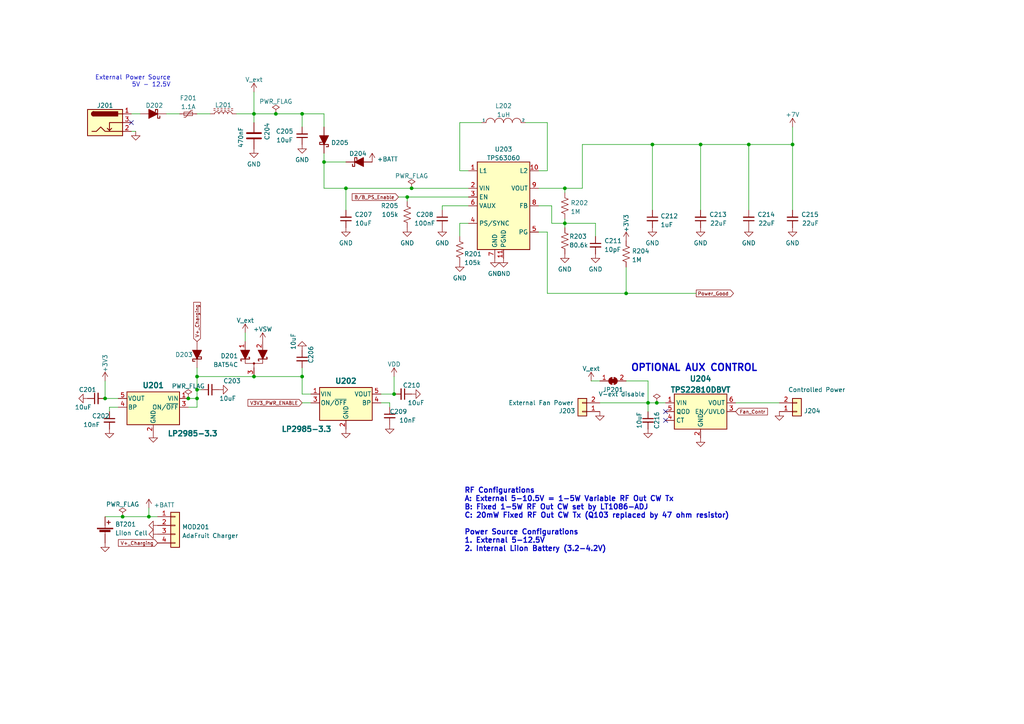
<source format=kicad_sch>
(kicad_sch (version 20211123) (generator eeschema)
  (paper "A4")
  (title_block (title "SignalSlinger") (date "2023-12-10") (rev "2.2"))
  (lib_symbols
    (symbol "Connector:Barrel_Jack_Switch" (pin_names hide)
      (property "Reference" "J" (at 0 5.334 0))
      (property "Value" "Barrel_Jack_Switch" (at 0 -5.08 0))
      (symbol "Barrel_Jack_Switch_0_1"
        (rectangle (start -5.08 3.81) (end 5.08 -3.81) (stroke (width 0.254)) (fill (type background)))
        (arc (start -3.302 3.175) (mid -3.937 2.54) (end -3.302 1.905) (stroke (width 0.254)))
        (arc (start -3.302 3.175) (mid -3.937 2.54) (end -3.302 1.905) (stroke (width 0.254)) (fill (type outline)))
        (polyline (pts (xy 1.27 -2.286) (xy 1.905 -1.651)) (stroke (width 0.254)))
        (polyline (pts (xy 5.08 2.54) (xy 3.81 2.54)) (stroke (width 0.254)))
        (polyline (pts (xy 5.08 0) (xy 1.27 0) (xy 1.27 -2.286) (xy 0.635 -1.651)) (stroke (width 0.254)))
        (polyline (pts (xy -3.81 -2.54) (xy -2.54 -2.54) (xy -1.27 -1.27) (xy 0 -2.54) (xy 2.54 -2.54) (xy 5.08 -2.54)) (stroke (width 0.254)))
        (rectangle (start 3.683 3.175) (end -3.302 1.905) (stroke (width 0.254)) (fill (type outline)))
      )
      (symbol "Barrel_Jack_Switch_1_1"
        (pin passive line (at 7.62 2.54 180) (length 2.54) (name "~") (number "1"))
        (pin passive line (at 7.62 -2.54 180) (length 2.54) (name "~") (number "2"))
        (pin passive line (at 7.62 0 180) (length 2.54) (name "~") (number "3"))
      )
    )
    (symbol "Connector_Generic:Conn_01x02" (pin_names (offset 1.016) hide)
      (property "Reference" "J" (at 0 2.54 0))
      (property "Value" "Conn_01x02" (at 0 -5.08 0))
      (symbol "Conn_01x02_1_1"
        (rectangle (start -1.27 -2.413) (end 0 -2.667) (stroke (width 0.1524)))
        (rectangle (start -1.27 0.127) (end 0 -0.127) (stroke (width 0.1524)))
        (rectangle (start -1.27 1.27) (end 1.27 -3.81) (stroke (width 0.254)) (fill (type background)))
        (pin passive line (at -5.08 0 0) (length 3.81) (name "Pin_1") (number "1"))
        (pin passive line (at -5.08 -2.54 0) (length 3.81) (name "Pin_2") (number "2"))
      )
    )
    (symbol "Connector_Generic:Conn_01x04" (pin_names (offset 1.016) hide)
      (property "Reference" "J" (at 0 5.08 0))
      (property "Value" "Conn_01x04" (at 0 -7.62 0))
      (symbol "Conn_01x04_1_1"
        (rectangle (start -1.27 -4.953) (end 0 -5.207) (stroke (width 0.1524)))
        (rectangle (start -1.27 -2.413) (end 0 -2.667) (stroke (width 0.1524)))
        (rectangle (start -1.27 0.127) (end 0 -0.127) (stroke (width 0.1524)))
        (rectangle (start -1.27 2.667) (end 0 2.413) (stroke (width 0.1524)))
        (rectangle (start -1.27 3.81) (end 1.27 -6.35) (stroke (width 0.254)) (fill (type background)))
        (pin passive line (at -5.08 2.54 0) (length 3.81) (name "Pin_1") (number "1"))
        (pin passive line (at -5.08 0 0) (length 3.81) (name "Pin_2") (number "2"))
        (pin passive line (at -5.08 -2.54 0) (length 3.81) (name "Pin_3") (number "3"))
        (pin passive line (at -5.08 -5.08 0) (length 3.81) (name "Pin_4") (number "4"))
      )
    )
    (symbol "Device:Battery_Cell" (pin_numbers hide) (pin_names (offset 0) hide)
      (property "Reference" "BT" (at 2.54 2.54 0))
      (property "Value" "Battery_Cell" (at 2.54 0 0))
      (symbol "Battery_Cell_0_1"
        (rectangle (start -2.286 1.778) (end 2.286 1.524) (fill (type outline)))
        (rectangle (start -1.5748 1.1938) (end 1.4732 0.6858) (fill (type outline)))
        (polyline (pts (xy 0 0.762) (xy 0 0)))
        (polyline (pts (xy 0 1.778) (xy 0 2.54)))
        (polyline (pts (xy 0.508 3.429) (xy 1.524 3.429)) (stroke (width 0.254)))
        (polyline (pts (xy 1.016 3.937) (xy 1.016 2.921)) (stroke (width 0.254)))
      )
      (symbol "Battery_Cell_1_1"
        (pin passive line (at 0 5.08 270) (length 2.54) (name "+") (number "1"))
        (pin passive line (at 0 -2.54 90) (length 2.54) (name "-") (number "2"))
      )
    )
    (symbol "Device:C" (pin_numbers hide) (pin_names (offset 0.254))
      (property "Reference" "C" (at 0.635 2.54 0))
      (property "Value" "C" (at 0.635 -2.54 0))
      (symbol "C_0_1"
        (polyline (pts (xy -2.032 -0.762) (xy 2.032 -0.762)) (stroke (width 0.508)))
        (polyline (pts (xy -2.032 0.762) (xy 2.032 0.762)) (stroke (width 0.508)))
      )
      (symbol "C_1_1"
        (pin passive line (at 0 3.81 270) (length 2.794) (name "~") (number "1"))
        (pin passive line (at 0 -3.81 90) (length 2.794) (name "~") (number "2"))
      )
    )
    (symbol "Device:C_Small" (pin_numbers hide) (pin_names (offset 0.254) hide)
      (property "Reference" "C" (at 0.254 1.778 0))
      (property "Value" "C_Small" (at 0.254 -2.032 0))
      (symbol "C_Small_0_1"
        (polyline (pts (xy -1.524 -0.508) (xy 1.524 -0.508)) (stroke (width 0.3302)))
        (polyline (pts (xy -1.524 0.508) (xy 1.524 0.508)) (stroke (width 0.3048)))
      )
      (symbol "C_Small_1_1"
        (pin passive line (at 0 2.54 270) (length 2.032) (name "~") (number "1"))
        (pin passive line (at 0 -2.54 90) (length 2.032) (name "~") (number "2"))
      )
    )
    (symbol "Device:D_Schottky_Dual_CommonCathode_AAK_Parallel" (pin_names (offset 0.762) hide)
      (property "Reference" "D" (at 0 5.08 0))
      (property "Value" "D_Schottky_Dual_CommonCathode_AAK_Parallel" (at 0 -5.08 0))
      (symbol "D_Schottky_Dual_CommonCathode_AAK_Parallel_0_1"
        (polyline (pts (xy 1.27 0) (xy 2.54 0)))
        (polyline (pts (xy -2.54 -2.54) (xy 1.27 -2.54) (xy 1.27 2.54) (xy -2.54 2.54)))
        (polyline (pts (xy -2.54 -1.27) (xy 0 -2.54) (xy -2.54 -3.81) (xy -2.54 -1.27) (xy -2.54 -1.27) (xy -2.54 -1.27)) (stroke (width 0.254)) (fill (type outline)))
        (polyline (pts (xy -2.54 3.81) (xy 0 2.54) (xy -2.54 1.27) (xy -2.54 3.81) (xy -2.54 3.81) (xy -2.54 3.81)) (stroke (width 0.254)) (fill (type outline)))
        (polyline (pts (xy 0.508 -1.524) (xy 0.508 -1.27) (xy 0 -1.27) (xy 0 -3.81) (xy -0.508 -3.81) (xy -0.508 -3.556)) (stroke (width 0.254)))
        (polyline (pts (xy 0.508 3.556) (xy 0.508 3.81) (xy 0 3.81) (xy 0 1.27) (xy -0.508 1.27) (xy -0.508 1.524)) (stroke (width 0.254)))
        (circle (center 1.27 0) (radius 0.254) (fill (type outline)))
        (pin passive line (at -5.08 2.54 0) (length 2.54) (name "K") (number "1"))
        (pin passive line (at -5.08 -2.54 0) (length 2.54) (name "K") (number "2"))
        (pin passive line (at 5.08 0 180) (length 2.54) (name "A") (number "3"))
      )
    )
    (symbol "Device:D_Schottky_Filled" (pin_numbers hide) (pin_names (offset 1.016) hide)
      (property "Reference" "D" (at 0 2.54 0))
      (property "Value" "D_Schottky_Filled" (at 0 -2.54 0))
      (symbol "D_Schottky_Filled_0_1"
        (polyline (pts (xy 1.27 0) (xy -1.27 0)))
        (polyline (pts (xy 1.27 1.27) (xy 1.27 -1.27) (xy -1.27 0) (xy 1.27 1.27)) (stroke (width 0.254)) (fill (type outline)))
        (polyline (pts (xy -1.905 0.635) (xy -1.905 1.27) (xy -1.27 1.27) (xy -1.27 -1.27) (xy -0.635 -1.27) (xy -0.635 -0.635)) (stroke (width 0.254)))
      )
      (symbol "D_Schottky_Filled_1_1"
        (pin passive line (at -3.81 0 0) (length 2.54) (name "K") (number "1"))
        (pin passive line (at 3.81 0 180) (length 2.54) (name "A") (number "2"))
      )
    )
    (symbol "Device:L_Ferrite" (pin_numbers hide) (pin_names (offset 1.016) hide)
      (property "Reference" "L" (at -1.27 0 90))
      (property "Value" "L_Ferrite" (at 2.794 0 90))
      (symbol "L_Ferrite_0_1"
        (arc (start 0 -2.54) (mid 0.635 -1.905) (end 0 -1.27))
        (arc (start 0 -1.27) (mid 0.635 -0.635) (end 0 0))
        (polyline (pts (xy 1.016 -2.794) (xy 1.016 -2.286)))
        (polyline (pts (xy 1.016 -1.778) (xy 1.016 -1.27)))
        (polyline (pts (xy 1.016 -0.762) (xy 1.016 -0.254)))
        (polyline (pts (xy 1.016 0.254) (xy 1.016 0.762)))
        (polyline (pts (xy 1.016 1.27) (xy 1.016 1.778)))
        (polyline (pts (xy 1.016 2.286) (xy 1.016 2.794)))
        (polyline (pts (xy 1.524 -2.286) (xy 1.524 -2.794)))
        (polyline (pts (xy 1.524 -1.27) (xy 1.524 -1.778)))
        (polyline (pts (xy 1.524 -0.254) (xy 1.524 -0.762)))
        (polyline (pts (xy 1.524 0.762) (xy 1.524 0.254)))
        (polyline (pts (xy 1.524 1.778) (xy 1.524 1.27)))
        (polyline (pts (xy 1.524 2.794) (xy 1.524 2.286)))
        (arc (start 0 0) (mid 0.635 0.635) (end 0 1.27))
        (arc (start 0 1.27) (mid 0.635 1.905) (end 0 2.54))
      )
      (symbol "L_Ferrite_1_1"
        (pin passive line (at 0 3.81 270) (length 1.27) (name "1") (number "1"))
        (pin passive line (at 0 -3.81 90) (length 1.27) (name "2") (number "2"))
      )
    )
    (symbol "Device:Polyfuse_Small" (pin_numbers hide) (pin_names (offset 0))
      (property "Reference" "F" (at -1.905 0 90))
      (property "Value" "Polyfuse_Small" (at 1.905 0 90))
      (symbol "Polyfuse_Small_0_1"
        (rectangle (start -0.508 1.27) (end 0.508 -1.27))
        (polyline (pts (xy 0 2.54) (xy 0 -2.54)))
        (polyline (pts (xy -1.016 1.27) (xy -1.016 0.762) (xy 1.016 -0.762) (xy 1.016 -1.27)))
      )
      (symbol "Polyfuse_Small_1_1"
        (pin passive line (at 0 2.54 270) (length 0.635) (name "~") (number "1"))
        (pin passive line (at 0 -2.54 90) (length 0.635) (name "~") (number "2"))
      )
    )
    (symbol "Device:R_Small_US" (pin_numbers hide) (pin_names (offset 0.254) hide)
      (property "Reference" "R" (at 0.762 0.508 0))
      (property "Value" "R_Small_US" (at 0.762 -1.016 0))
      (symbol "R_Small_US_1_1"
        (polyline (pts (xy 0 -0.762) (xy 1.016 -1.143) (xy 0 -1.524) (xy -1.016 -1.905) (xy 0 -2.286)))
        (polyline (pts (xy 0 0.762) (xy 1.016 0.381) (xy 0 0) (xy -1.016 -0.381) (xy 0 -0.762)))
        (polyline (pts (xy 0 2.286) (xy 1.016 1.905) (xy 0 1.524) (xy -1.016 1.143) (xy 0 0.762)))
        (pin passive line (at 0 3.81 270) (length 1.5) (name "~") (number "1"))
        (pin passive line (at 0 -3.81 90) (length 1.5) (name "~") (number "2"))
      )
    )
    (symbol "Jumper:SolderJumper_2_Bridged" (pin_names (offset 0) hide)
      (property "Reference" "JP" (at 0 2.032 0))
      (property "Value" "SolderJumper_2_Bridged" (at 0 -2.54 0))
      (symbol "SolderJumper_2_Bridged_0_1"
        (rectangle (start -0.508 0.508) (end 0.508 -0.508) (fill (type outline)))
        (arc (start -0.254 1.016) (mid -1.27 0) (end -0.254 -1.016))
        (arc (start -0.254 1.016) (mid -1.27 0) (end -0.254 -1.016) (fill (type outline)))
        (polyline (pts (xy -0.254 1.016) (xy -0.254 -1.016)))
        (polyline (pts (xy 0.254 1.016) (xy 0.254 -1.016)))
        (arc (start 0.254 -1.016) (mid 1.27 0) (end 0.254 1.016))
        (arc (start 0.254 -1.016) (mid 1.27 0) (end 0.254 1.016) (fill (type outline)))
      )
      (symbol "SolderJumper_2_Bridged_1_1"
        (pin passive line (at -3.81 0 0) (length 2.54) (name "A") (number "1"))
        (pin passive line (at 3.81 0 180) (length 2.54) (name "B") (number "2"))
      )
    )
    (symbol "Power_Management:TPS22810DBVT"
      (property "Reference" "U201" (at 0 9.3218 0))
      (property "Value" "TPS22810DBVT" (at 0 7.0104 0))
      (symbol "TPS22810DBVT_1_1"
        (rectangle (start -7.62 5.08) (end 7.62 -5.08) (stroke (width 0.254)) (fill (type background)))
        (pin power_in line (at 10.16 2.54 180) (length 2.54) (name "VIN") (number "1"))
        (pin power_in line (at 0 -7.62 90) (length 2.54) (name "GND") (number "2"))
        (pin input line (at -10.16 0 0) (length 2.54) (name "EN/UVLO") (number "3"))
        (pin output line (at 10.16 -2.54 180) (length 2.54) (name "CT") (number "4"))
        (pin open_collector line (at 10.16 0 180) (length 2.54) (name "QOD") (number "5"))
        (pin power_out line (at -10.16 2.54 0) (length 2.54) (name "VOUT") (number "6"))
      )
    )
    (symbol "Regulator_Linear:LP2985-3.3" (pin_names (offset 0.254))
      (property "Reference" "U" (at -6.35 5.715 0))
      (property "Value" "LP2985-3.3" (at 0 5.715 0))
      (symbol "LP2985-3.3_0_1"
        (rectangle (start -7.62 -5.08) (end 7.62 4.445) (stroke (width 0.254)) (fill (type background)))
      )
      (symbol "LP2985-3.3_1_1"
        (pin power_in line (at -10.16 2.54 0) (length 2.54) (name "VIN") (number "1"))
        (pin power_in line (at 0 -7.62 90) (length 2.54) (name "GND") (number "2"))
        (pin input line (at -10.16 0 0) (length 2.54) (name "ON/~{OFF}") (number "3"))
        (pin input line (at 10.16 0 180) (length 2.54) (name "BP") (number "4"))
        (pin power_out line (at 10.16 2.54 180) (length 2.54) (name "VOUT") (number "5"))
      )
    )
    (symbol "Regulator_Switching:TPS63060"
      (property "Reference" "U201" (at 0 16.3998 0))
      (property "Value" "TPS63060" (at 0 13.8629 0))
      (symbol "TPS63060_0_1"
        (rectangle (start -7.62 12.7) (end 7.62 -12.7) (stroke (width 0.254)) (fill (type background)))
      )
      (symbol "TPS63060_1_1"
        (pin passive line (at -10.16 10.16 0) (length 2.54) (name "L1") (number "1"))
        (pin passive line (at 10.16 10.16 180) (length 2.54) (name "L2") (number "10"))
        (pin power_in line (at 0 -15.24 90) (length 2.54) (name "PGND") (number "11"))
        (pin power_in line (at -10.16 5.08 0) (length 2.54) (name "VIN") (number "2"))
        (pin input line (at -10.16 2.54 0) (length 2.54) (name "EN") (number "3"))
        (pin input line (at -10.16 -5.08 0) (length 2.54) (name "PS/SYNC") (number "4"))
        (pin output line (at 10.16 -7.62 180) (length 2.54) (name "PG") (number "5"))
        (pin passive line (at -10.16 0 0) (length 2.54) (name "VAUX") (number "6"))
        (pin power_in line (at -2.54 -15.24 90) (length 2.54) (name "GND") (number "7"))
        (pin input line (at 10.16 0 180) (length 2.54) (name "FB") (number "8"))
        (pin power_out line (at 10.16 5.08 180) (length 2.54) (name "VOUT") (number "9"))
      )
    )
    (symbol "power:+3V3" (power) (pin_names (offset 0))
      (property "Value" "+3V3" (at 0 3.556 0))
      (symbol "+3V3_0_1"
        (polyline (pts (xy -0.762 1.27) (xy 0 2.54)))
        (polyline (pts (xy 0 0) (xy 0 2.54)))
        (polyline (pts (xy 0 2.54) (xy 0.762 1.27)))
      )
      (symbol "+3V3_1_1"
        (pin power_in line (at 0 0 90) (length 0) hide (name "+3V3") (number "1"))
      )
    )
    (symbol "power:+7V" (power) (pin_names (offset 0))
      (property "Value" "+7V" (at 0 3.556 0))
      (symbol "+7V_0_1"
        (polyline (pts (xy -0.762 1.27) (xy 0 2.54)))
        (polyline (pts (xy 0 0) (xy 0 2.54)))
        (polyline (pts (xy 0 2.54) (xy 0.762 1.27)))
      )
      (symbol "+7V_1_1"
        (pin power_in line (at 0 0 90) (length 0) hide (name "+7V") (number "1"))
      )
    )
    (symbol "power:+BATT" (power) (pin_names (offset 0))
      (property "Value" "+BATT" (at 0 3.556 0))
      (symbol "+BATT_0_1"
        (polyline (pts (xy -0.762 1.27) (xy 0 2.54)))
        (polyline (pts (xy 0 0) (xy 0 2.54)))
        (polyline (pts (xy 0 2.54) (xy 0.762 1.27)))
      )
      (symbol "+BATT_1_1"
        (pin power_in line (at 0 0 90) (length 0) hide (name "+BATT") (number "1"))
      )
    )
    (symbol "power:+VSW" (power) (pin_names (offset 0))
      (property "Value" "+VSW" (at 0 3.556 0))
      (symbol "+VSW_0_1"
        (polyline (pts (xy -0.762 1.27) (xy 0 2.54)))
        (polyline (pts (xy 0 0) (xy 0 2.54)))
        (polyline (pts (xy 0 2.54) (xy 0.762 1.27)))
      )
      (symbol "+VSW_1_1"
        (pin power_in line (at 0 0 90) (length 0) hide (name "+VSW") (number "1"))
      )
    )
    (symbol "power:GND" (power) (pin_names (offset 0))
      (property "Value" "GND" (at 0 -3.81 0))
      (symbol "GND_0_1"
        (polyline (pts (xy 0 0) (xy 0 -1.27) (xy 1.27 -1.27) (xy 0 -2.54) (xy -1.27 -1.27) (xy 0 -1.27)))
      )
      (symbol "GND_1_1"
        (pin power_in line (at 0 0 270) (length 0) hide (name "GND") (number "1"))
      )
    )
    (symbol "power:PWR_FLAG" (power) (pin_numbers hide) (pin_names (offset 0) hide)
      (property "Value" "PWR_FLAG" (at 0 3.81 0))
      (symbol "PWR_FLAG_0_0"
        (pin power_out line (at 0 0 90) (length 0) (name "pwr") (number "1"))
      )
      (symbol "PWR_FLAG_0_1"
        (polyline (pts (xy 0 0) (xy 0 1.27) (xy -1.016 1.905) (xy 0 2.54) (xy 1.016 1.905) (xy 0 1.27)))
      )
    )
    (symbol "power:VDD" (power) (pin_names (offset 0))
      (property "Value" "VDD" (at 0 3.81 0))
      (symbol "VDD_0_1"
        (polyline (pts (xy -0.762 1.27) (xy 0 2.54)))
        (polyline (pts (xy 0 0) (xy 0 2.54)))
        (polyline (pts (xy 0 2.54) (xy 0.762 1.27)))
      )
      (symbol "VDD_1_1"
        (pin power_in line (at 0 0 90) (length 0) hide (name "VDD") (number "1"))
      )
    )
    (symbol "power:V_ext" (power) (pin_names (offset 0))
      (property "Value" "V_ext" (at 0 3.5758 0))
      (symbol "V_ext_0_1"
        (polyline (pts (xy -0.762 1.27) (xy 0 2.54)))
        (polyline (pts (xy 0 0) (xy 0 2.54)))
        (polyline (pts (xy 0 2.54) (xy 0.762 1.27)))
      )
      (symbol "V_ext_1_1"
        (pin power_in line (at 0 0 90) (length 0) hide (name "V_ext") (number "1"))
      )
    )
    (symbol "pspice:INDUCTOR" (pin_numbers hide) (pin_names (offset 0))
      (property "Reference" "L" (at 0 2.54 0))
      (property "Value" "INDUCTOR" (at 0 -1.27 0))
      (symbol "INDUCTOR_0_1"
        (arc (start -2.54 0) (mid -3.81 1.27) (end -5.08 0))
        (arc (start 0 0) (mid -1.27 1.27) (end -2.54 0))
        (arc (start 2.54 0) (mid 1.27 1.27) (end 0 0))
        (arc (start 5.08 0) (mid 3.81 1.27) (end 2.54 0))
      )
      (symbol "INDUCTOR_1_1"
        (pin input line (at -6.35 0 0) (length 1.27) (name "1") (number "1"))
        (pin input line (at 6.35 0 180) (length 1.27) (name "2") (number "2"))
      )
    )
  )
  (junction (at 187.96 116.84))
  (junction (at 57.15 109.22))
  (junction (at 87.63 33.02))
  (junction (at 189.23 41.91))
  (junction (at 229.87 41.91))
  (junction (at 73.66 109.22))
  (junction (at 73.66 33.02))
  (junction (at 93.98 46.99))
  (junction (at 100.33 54.61))
  (junction (at 203.2 41.91))
  (junction (at 114.3 114.3))
  (junction (at 87.63 109.22))
  (junction (at 35.56 149.86))
  (junction (at 119.38 54.61))
  (junction (at 54.61 115.57))
  (junction (at 163.83 64.77))
  (junction (at 163.83 54.61))
  (junction (at 217.17 41.91))
  (junction (at 190.5 116.84))
  (junction (at 80.01 33.02))
  (junction (at 118.11 57.15))
  (junction (at 43.18 149.86))
  (junction (at 57.15 113.03))
  (junction (at 30.48 115.57))
  (junction (at 181.61 85.09))
  (junction (at 57.15 115.57))
  (no_connect (at 193.04 121.92))
  (no_connect (at 193.04 119.38))
  (no_connect (at 38.1 35.56))
  (wire (pts (xy 163.83 54.61) (xy 163.83 55.88)))
  (wire (pts (xy 160.02 64.77) (xy 163.83 64.77)))
  (wire (pts (xy 181.61 77.47) (xy 181.61 85.09)))
  (wire (pts (xy 181.61 110.49) (xy 187.96 110.49)))
  (wire (pts (xy 128.27 59.69) (xy 135.89 59.69)))
  (wire (pts (xy 30.48 110.49) (xy 30.48 115.57)))
  (wire (pts (xy 190.5 116.84) (xy 193.04 116.84)))
  (wire (pts (xy 135.89 49.53) (xy 133.35 49.53)))
  (wire (pts (xy 163.83 64.77) (xy 172.72 64.77)))
  (wire (pts (xy 87.63 33.02) (xy 93.98 33.02)))
  (wire (pts (xy 217.17 41.91) (xy 229.87 41.91)))
  (wire (pts (xy 133.35 49.53) (xy 133.35 35.56)))
  (wire (pts (xy 113.03 118.11) (xy 113.03 116.84)))
  (wire (pts (xy 168.91 54.61) (xy 168.91 41.91)))
  (wire (pts (xy 54.61 118.11) (xy 57.15 118.11)))
  (wire (pts (xy 160.02 59.69) (xy 160.02 64.77)))
  (wire (pts (xy 58.42 113.03) (xy 57.15 113.03)))
  (wire (pts (xy 68.58 33.02) (xy 73.66 33.02)))
  (wire (pts (xy 38.1 33.02) (xy 40.64 33.02)))
  (wire (pts (xy 93.98 46.99) (xy 93.98 54.61)))
  (wire (pts (xy 172.72 68.58) (xy 172.72 64.77)))
  (wire (pts (xy 43.18 149.86) (xy 45.72 149.86)))
  (wire (pts (xy 31.75 119.38) (xy 31.75 118.11)))
  (wire (pts (xy 201.93 85.09) (xy 181.61 85.09)))
  (wire (pts (xy 163.83 54.61) (xy 168.91 54.61)))
  (wire (pts (xy 93.98 44.45) (xy 93.98 46.99)))
  (wire (pts (xy 156.21 54.61) (xy 163.83 54.61)))
  (wire (pts (xy 57.15 33.02) (xy 60.96 33.02)))
  (wire (pts (xy 135.89 57.15) (xy 118.11 57.15)))
  (wire (pts (xy 156.21 59.69) (xy 160.02 59.69)))
  (wire (pts (xy 156.21 49.53) (xy 158.75 49.53)))
  (wire (pts (xy 93.98 46.99) (xy 100.33 46.99)))
  (wire (pts (xy 163.83 64.77) (xy 163.83 66.04)))
  (wire (pts (xy 133.35 68.58) (xy 133.35 64.77)))
  (wire (pts (xy 189.23 41.91) (xy 189.23 60.96)))
  (wire (pts (xy 187.96 119.38) (xy 187.96 116.84)))
  (wire (pts (xy 118.11 57.15) (xy 115.57 57.15)))
  (wire (pts (xy 87.63 114.3) (xy 90.17 114.3)))
  (wire (pts (xy 168.91 41.91) (xy 189.23 41.91)))
  (wire (pts (xy 128.27 60.96) (xy 128.27 59.69)))
  (wire (pts (xy 187.96 110.49) (xy 187.96 116.84)))
  (wire (pts (xy 31.75 118.11) (xy 34.29 118.11)))
  (wire (pts (xy 133.35 64.77) (xy 135.89 64.77)))
  (wire (pts (xy 187.96 116.84) (xy 190.5 116.84)))
  (wire (pts (xy 73.66 33.02) (xy 73.66 35.56)))
  (wire (pts (xy 119.38 54.61) (xy 135.89 54.61)))
  (wire (pts (xy 57.15 115.57) (xy 54.61 115.57)))
  (wire (pts (xy 133.35 35.56) (xy 139.7 35.56)))
  (wire (pts (xy 30.48 149.86) (xy 35.56 149.86)))
  (wire (pts (xy 80.01 33.02) (xy 87.63 33.02)))
  (wire (pts (xy 35.56 149.86) (xy 43.18 149.86)))
  (wire (pts (xy 113.03 116.84) (xy 110.49 116.84)))
  (wire (pts (xy 114.3 109.22) (xy 114.3 114.3)))
  (wire (pts (xy 38.1 38.1) (xy 39.37 38.1)))
  (wire (pts (xy 213.36 116.84) (xy 226.06 116.84)))
  (wire (pts (xy 87.63 106.68) (xy 87.63 109.22)))
  (wire (pts (xy 163.83 63.5) (xy 163.83 64.77)))
  (wire (pts (xy 158.75 49.53) (xy 158.75 35.56)))
  (wire (pts (xy 87.63 116.84) (xy 90.17 116.84)))
  (wire (pts (xy 229.87 41.91) (xy 229.87 60.96)))
  (wire (pts (xy 57.15 106.68) (xy 57.15 109.22)))
  (wire (pts (xy 158.75 67.31) (xy 156.21 67.31)))
  (wire (pts (xy 158.75 67.31) (xy 158.75 85.09)))
  (wire (pts (xy 73.66 26.67) (xy 73.66 33.02)))
  (wire (pts (xy 57.15 115.57) (xy 57.15 118.11)))
  (wire (pts (xy 173.99 116.84) (xy 187.96 116.84)))
  (wire (pts (xy 173.99 110.49) (xy 171.45 110.49)))
  (wire (pts (xy 158.75 85.09) (xy 181.61 85.09)))
  (wire (pts (xy 229.87 36.83) (xy 229.87 41.91)))
  (wire (pts (xy 158.75 35.56) (xy 152.4 35.56)))
  (wire (pts (xy 87.63 109.22) (xy 87.63 114.3)))
  (wire (pts (xy 57.15 109.22) (xy 57.15 113.03)))
  (wire (pts (xy 100.33 54.61) (xy 100.33 60.96)))
  (wire (pts (xy 203.2 41.91) (xy 217.17 41.91)))
  (wire (pts (xy 71.12 96.52) (xy 71.12 99.06)))
  (wire (pts (xy 48.26 33.02) (xy 52.07 33.02)))
  (wire (pts (xy 34.29 115.57) (xy 30.48 115.57)))
  (wire (pts (xy 110.49 114.3) (xy 114.3 114.3)))
  (wire (pts (xy 203.2 41.91) (xy 203.2 60.96)))
  (wire (pts (xy 73.66 109.22) (xy 57.15 109.22)))
  (wire (pts (xy 118.11 58.42) (xy 118.11 57.15)))
  (wire (pts (xy 73.66 33.02) (xy 80.01 33.02)))
  (wire (pts (xy 43.18 147.32) (xy 43.18 149.86)))
  (wire (pts (xy 217.17 41.91) (xy 217.17 60.96)))
  (wire (pts (xy 100.33 54.61) (xy 119.38 54.61)))
  (wire (pts (xy 57.15 113.03) (xy 57.15 115.57)))
  (wire (pts (xy 93.98 33.02) (xy 93.98 36.83)))
  (wire (pts (xy 100.33 54.61) (xy 93.98 54.61)))
  (wire (pts (xy 87.63 33.02) (xy 87.63 36.83)))
  (wire (pts (xy 189.23 41.91) (xy 203.2 41.91)))
  (wire (pts (xy 87.63 109.22) (xy 73.66 109.22)))
  (text "External Power Source\n5V - 12.5V" (at 49.53 25.4 180) (effects (font (size 1.27 1.27)) (justify right bottom)))
  (text "OPTIONAL AUX CONTROL" (at 182.88 107.95 0) (effects (font (size 2.0066 2.0066) (thickness 0.4013) bold) (justify left bottom)))
  (text "RF Configurations\nA: External 5-10.5V = 1-5W Variable RF Out CW Tx\nB: Fixed 1-5W RF Out CW set by LT1086-ADJ\nC: 20mW Fixed RF Out CW Tx (Q103 replaced by 47 ohm resistor)\n\nPower Source Configurations\n1. External 5-12.5V\n2. Internal LiIon Battery (3.2-4.2V)\n\n" (at 134.62 162.56 0) (effects (font (size 1.5 1.5) (thickness 0.3) bold) (justify left bottom)))
  (global_label "V3V3_PWR_ENABLE" (shape input) (at 87.63 116.84 180) (effects (font (size 1 1))) (property "Intersheet References" "${INTERSHEET_REFS}" (effects hide)))
  (global_label "B{slash}B_PS_Enable" (shape input) (at 115.57 57.15 180) (effects (font (size 1 1))) (property "Intersheet References" "${INTERSHEET_REFS}" (effects hide)))
  (global_label "V+_Charging" (shape input) (at 57.15 99.06 90) (effects (font (size 1 1))) (property "Intersheet References" "${INTERSHEET_REFS}" (effects hide)))
  (global_label "Fan_Contr" (shape input) (at 213.36 119.38 0) (effects (font (size 0.9906 0.9906))) (property "Intersheet References" "${INTERSHEET_REFS}" (effects hide)))
  (global_label "Power_Good" (shape output) (at 201.93 85.09 0) (effects (font (size 1 1))) (property "Intersheet References" "${INTERSHEET_REFS}" (effects hide)))
  (global_label "V+_Charging" (shape input) (at 45.72 157.48 180) (effects (font (size 1 1))) (property "Intersheet References" "${INTERSHEET_REFS}" (effects hide)))
  (symbol (lib_id "Device:C_Small") (at 203.2 63.5 180) (unit 1)
    (property "Reference" "C213" (at 210.82 62.23 0) (effects (justify left)))
    (property "Value" "22uF" (at 210.82 64.77 0) (effects (justify left)))
    (property "Footprint" "Capacitor_SMD:C_0805_2012Metric" (effects hide))
    (property "Digi-Key Part No." "1276-3373-1-ND" (effects hide))
    (property "Link" "https://www.digikey.com/products/en?keywords=1276-3373-1-ND" (effects hide))
    (property "Manufacturer" "Samsung Electro-Mechanics" (effects hide))
    (property "Manufacturer PN" "CL32A226MAJNNNE" (effects hide))
    (property "Description" "CAP CER 22UF 25V X5R 1210" (effects hide))
    (property "LCSC Part Number" "C337455" (effects hide))
  )
  (symbol (lib_id "power:V_ext") (at 71.12 96.52 0) (unit 1)
    (property "Reference" "#PWR0213" (effects hide))
    (property "Value" "V_ext" (at 71.12 92.9442 0))
  )
  (symbol (lib_id "Device:R_Small_US") (at 133.35 72.39 0) (unit 1)
    (property "Reference" "R201" (at 134.62 73.66 0) (effects (justify left)))
    (property "Value" "105k" (at 134.62 76.2 0) (effects (justify left)))
    (property "Footprint" "Resistor_SMD:R_0805_2012Metric" (effects hide))
    (property "Digi-Key Part No." "311-105KCRCT-ND" (effects hide))
    (property "Link" "https://www.digikey.com/en/products/detail/yageo/RC0805FR-07105KL/727548" (effects hide))
    (property "Manufacturer" "YAGEO" (effects hide))
    (property "Manufacturer PN" "RC0805FR-07105KL" (effects hide))
    (property "Description" "RES 105K OHM 1% 1/8W 0805" (effects hide))
    (property "LCSC Part Number" "C273877" (effects hide))
  )
  (symbol (lib_id "Device:Battery_Cell") (at 30.48 154.94 0) (unit 1)
    (property "Reference" "BT201" (at 33.401 152.0733 0) (effects (justify left)))
    (property "Value" "LiIon Cell" (at 33.401 154.6102 0) (effects (justify left)))
    (property "Footprint" "Connector_Wire:SolderWire-0.5sqmm_1x02_P4.6mm_D0.9mm_OD2.1mm" (effects hide))
  )
  (symbol (lib_id "power:GND") (at 44.45 125.73 0) (mirror y) (unit 1)
    (property "Reference" "#PWR0206" (effects hide))
    (property "Value" "GND" (effects hide))
  )
  (symbol (lib_id "pspice:INDUCTOR") (at 146.05 35.56 0) (unit 1)
    (property "Reference" "L202" (at 146.05 30.7172 0))
    (property "Value" "1uH" (at 146.05 33.2541 0))
    (property "Footprint" "Inductor_SMD:L_Bourns_SRN5040TA" (effects hide))
    (property "Digi-Key Part No." "SRN5040TA-1R0MCT-ND" (effects hide))
    (property "Link" "https://www.digikey.com/en/products/detail/bourns-inc/SRN5040TA-1R0M/9653870" (effects hide))
    (property "Manufacturer" "Bourns Inc." (effects hide))
    (property "Manufacturer PN" "SRN5040TA-1R0M" (effects hide))
    (property "Description" "FIXED IND 1UH 5A 12 MOHM SMD" (effects hide))
  )
  (symbol (lib_id "power:PWR_FLAG") (at 190.5 116.84 0) (unit 1)
    (property "Reference" "#FLG0105" (effects hide))
    (property "Value" "PWR_FLAG" (effects hide))
  )
  (symbol (lib_id "power:GND") (at 173.99 119.38 0) (unit 1)
    (property "Reference" "#PWR0160" (effects hide))
    (property "Value" "GND" (effects hide))
  )
  (symbol (lib_id "Device:C_Small") (at 60.96 113.03 270) (unit 1)
    (property "Reference" "C203" (at 67.31 110.49 90))
    (property "Value" "10uF" (at 66.04 115.57 90))
    (property "Footprint" "Capacitor_SMD:C_0805_2012Metric" (effects hide))
    (property "Digi-Key Part No." "445-14418-1-ND" (effects hide))
    (property "Manufacturer" "TDK Corporation" (effects hide))
    (property "Manufacturer PN" "C2012X5R1V106K125AC" (effects hide))
    (property "Description" "CAP CER 10UF 35V X5R 0805" (effects hide))
    (property "Link" "https://www.digikey.com/short/p8qdn4mp" (effects hide))
    (property "LCSC Part Number" "C3843628" (effects hide))
  )
  (symbol (lib_id "power:VDD") (at 114.3 109.22 0) (unit 1)
    (property "Reference" "#PWR0223" (effects hide))
    (property "Value" "VDD" (at 114.3 105.6442 0))
  )
  (symbol (lib_id "power:V_ext") (at 171.45 110.49 0) (unit 1)
    (property "Reference" "#PWR0161" (effects hide))
    (property "Value" "V_ext" (at 171.45 106.9142 0))
  )
  (symbol (lib_id "power:+3V3") (at 30.48 110.49 0) (mirror y) (unit 1)
    (property "Reference" "#PWR0202" (effects hide))
    (property "Value" "+3V3" (at 30.48 105.41 90))
  )
  (symbol (lib_id "Device:C_Small") (at 187.96 121.92 0) (mirror y) (unit 1)
    (property "Reference" "C216" (at 190.5 121.92 90))
    (property "Value" "10uF" (at 185.42 121.92 90))
    (property "Footprint" "Capacitor_SMD:C_0805_2012Metric" (effects hide))
    (property "Digi-Key Part No." "445-14418-1-ND" (effects hide))
    (property "Manufacturer" "TDK Corporation" (effects hide))
    (property "Manufacturer PN" "C2012X5R1V106K125AC" (effects hide))
    (property "Description" "CAP CER 10UF 35V X5R 0805" (effects hide))
    (property "Link" "https://www.digikey.com/short/p8qdn4mp" (effects hide))
    (property "LCSC Part Number" "C3843628" (effects hide))
  )
  (symbol (lib_id "Device:D_Schottky_Filled") (at 93.98 40.64 270) (mirror x) (unit 1)
    (property "Reference" "D205" (at 96.012 41.3913 90) (effects (justify left)))
    (property "Value" "Schottky Diode" (effects hide))
    (property "Footprint" "Diode_SMD:D_SOD-123" (effects hide))
    (property "Digi-Key Part No." "3757-SS0540_R1_00001CT-ND" (effects hide))
    (property "Link" "https://www.digikey.com/en/products/detail/panjit-international-inc/SS0540-R1-00001/14660617" (effects hide))
    (property "Manufacturer" "Panjit International Inc." (effects hide))
    (property "Manufacturer PN" "SS0540_R1_00001" (effects hide))
    (property "Description" "DIODE SCHOTTKY 40V 500MA SOD123" (effects hide))
  )
  (symbol (lib_id "Device:C_Small") (at 87.63 104.14 0) (mirror y) (unit 1)
    (property "Reference" "C206" (at 90.17 102.87 90))
    (property "Value" "10uF" (at 85.09 99.06 90))
    (property "Footprint" "Capacitor_SMD:C_0805_2012Metric" (effects hide))
    (property "Digi-Key Part No." "445-14418-1-ND" (effects hide))
    (property "Manufacturer" "TDK Corporation" (effects hide))
    (property "Manufacturer PN" "C2012X5R1V106K125AC" (effects hide))
    (property "Description" "CAP CER 10UF 35V X5R 0805" (effects hide))
    (property "Link" "https://www.digikey.com/short/p8qdn4mp" (effects hide))
    (property "LCSC Part Number" "C3843628" (effects hide))
  )
  (symbol (lib_id "Connector_Generic:Conn_01x02") (at 168.91 119.38 180) (unit 1)
    (property "Reference" "J203" (at 166.878 119.1768 0) (effects (justify left)))
    (property "Value" "External Fan Power" (at 166.37 116.84 0) (effects (justify left)))
    (property "Footprint" "Connector_PinHeader_2.54mm:PinHeader_1x02_P2.54mm_Vertical" (effects hide))
    (property "Digi-Key Part No." "np" (effects hide))
    (property "Link" "np" (effects hide))
  )
  (symbol (lib_id "power:GND") (at 229.87 66.04 0) (unit 1)
    (property "Reference" "#PWR0233" (effects hide))
    (property "Value" "GND" (at 229.87 70.4834 0))
  )
  (symbol (lib_id "power:GND") (at 45.72 152.4 270) (unit 1)
    (property "Reference" "#PWR0207" (effects hide))
    (property "Value" "GND" (effects hide))
  )
  (symbol (lib_id "Device:R_Small_US") (at 163.83 69.85 0) (unit 1)
    (property "Reference" "R203" (at 165.1 68.58 0) (effects (justify left)))
    (property "Value" "80.6k" (at 165.1 71.12 0) (effects (justify left)))
    (property "Footprint" "Resistor_SMD:R_0805_2012Metric" (effects hide))
    (property "Digi-Key Part No." "311-80.6KCRCT-ND" (effects hide))
    (property "Link" "https://www.digikey.com/en/products/detail/yageo/RC0805FR-0780K6L/728161" (effects hide))
    (property "Manufacturer" "YAGEO" (effects hide))
    (property "Manufacturer PN" "RC0805FR-0780K6L" (effects hide))
    (property "Description" "RES 80.6K OHM 1% 1/8W 0805" (effects hide))
  )
  (symbol (lib_id "power:PWR_FLAG") (at 35.56 149.86 0) (unit 1)
    (property "Reference" "#FLG0201" (effects hide))
    (property "Value" "PWR_FLAG" (at 35.56 146.2842 0))
  )
  (symbol (lib_id "Device:D_Schottky_Dual_CommonCathode_AAK_Parallel") (at 73.66 104.14 90) (mirror x) (unit 1)
    (property "Reference" "D201" (at 69.088 103.2418 90) (effects (justify left)))
    (property "Value" "BAT54C" (at 69.088 105.7787 90) (effects (justify left)))
    (property "Footprint" "Package_TO_SOT_SMD:SC-59" (effects hide))
    (property "Digi-Key Part No." "1727-2902-1-ND " (effects hide))
    (property "Link" "https://www.digikey.com/en/products/detail/nexperia-usa-inc/BAT54C-215/763216" (effects hide))
    (property "Manufacturer" "Nexperia USA Inc." (effects hide))
    (property "Manufacturer PN" "BAT54C,215" (effects hide))
    (property "Description" "DIODE ARRAY SCHOTTKY 30V SOT23" (effects hide))
    (property "LCSC Part Number" "C37704" (effects hide))
  )
  (symbol (lib_id "power:GND") (at 113.03 123.19 0) (unit 1)
    (property "Reference" "#PWR0222" (effects hide))
    (property "Value" "GND" (effects hide))
  )
  (symbol (lib_id "Device:C_Small") (at 87.63 39.37 0) (mirror x) (unit 1)
    (property "Reference" "C205" (at 82.55 38.1 0))
    (property "Value" "10uF" (at 82.55 40.64 0))
    (property "Footprint" "Capacitor_SMD:C_0805_2012Metric" (effects hide))
    (property "Digi-Key Part No." "445-14418-1-ND" (effects hide))
    (property "Manufacturer" "TDK Corporation" (effects hide))
    (property "Manufacturer PN" "C2012X5R1V106K125AC" (effects hide))
    (property "Description" "CAP CER 10UF 35V X5R 0805" (effects hide))
    (property "Link" "https://www.digikey.com/short/p8qdn4mp" (effects hide))
    (property "LCSC Part Number" "C3843628" (effects hide))
  )
  (symbol (lib_id "power:GND") (at 133.35 76.2 0) (unit 1)
    (property "Reference" "#PWR0221" (effects hide))
    (property "Value" "GND" (at 133.35 80.6434 0))
  )
  (symbol (lib_id "Device:Polyfuse_Small") (at 54.61 33.02 270) (unit 1)
    (property "Reference" "F201" (at 54.61 28.4312 90))
    (property "Value" "1.1A" (at 54.61 30.9681 90))
    (property "Footprint" "Fuse:Fuse_1812_4532Metric" (effects hide))
    (property "Digi-Key Part No." "F3485CT-ND" (effects hide))
    (property "Link" "https://www.digikey.com/en/products/detail/littelfuse-inc/1812L110-16DR/2023965" (effects hide))
    (property "Manufacturer" "Littelfuse Inc." (effects hide))
    (property "Manufacturer PN" "1812L110/16DR" (effects hide))
    (property "Description" "PTC RESET FUSE 16V 1.1A 1812" (effects hide))
  )
  (symbol (lib_id "power:GND") (at 100.33 66.04 0) (unit 1)
    (property "Reference" "#PWR0217" (effects hide))
    (property "Value" "GND" (at 100.33 70.4834 0))
  )
  (symbol (lib_id "power:GND") (at 87.63 101.6 180) (unit 1)
    (property "Reference" "#PWR0216" (effects hide))
    (property "Value" "GND" (effects hide))
  )
  (symbol (lib_id "power:GND") (at 128.27 66.04 0) (unit 1)
    (property "Reference" "#PWR0220" (effects hide))
    (property "Value" "GND" (at 128.27 70.4834 0))
  )
  (symbol (lib_id "power:GND") (at 30.48 157.48 0) (mirror y) (unit 1)
    (property "Reference" "#PWR0203" (effects hide))
    (property "Value" "GND" (effects hide))
  )
  (symbol (lib_id "power:GND") (at 39.37 38.1 0) (unit 1)
    (property "Reference" "#PWR0209" (effects hide))
    (property "Value" "GND" (effects hide))
  )
  (symbol (lib_id "power:GND") (at 100.33 124.46 0) (unit 1)
    (property "Reference" "#PWR0219" (effects hide))
    (property "Value" "GND" (effects hide))
  )
  (symbol (lib_id "power:GND") (at 146.05 74.93 0) (unit 1)
    (property "Reference" "#PWR0226" (effects hide))
    (property "Value" "GND" (at 146.05 79.3734 0))
  )
  (symbol (lib_id "power:GND") (at 63.5 113.03 90) (mirror x) (unit 1)
    (property "Reference" "#PWR0210" (effects hide))
    (property "Value" "GND" (effects hide))
  )
  (symbol (lib_id "power:GND") (at 187.96 124.46 0) (unit 1)
    (property "Reference" "#PWR0162" (effects hide))
    (property "Value" "GND" (effects hide))
  )
  (symbol (lib_id "Device:C_Small") (at 229.87 63.5 180) (unit 1)
    (property "Reference" "C215" (at 237.49 62.23 0) (effects (justify left)))
    (property "Value" "22uF" (at 237.49 64.77 0) (effects (justify left)))
    (property "Footprint" "Capacitor_SMD:C_0805_2012Metric" (effects hide))
    (property "Digi-Key Part No." "1276-3373-1-ND" (effects hide))
    (property "Link" "https://www.digikey.com/products/en?keywords=1276-3373-1-ND" (effects hide))
    (property "Manufacturer" "Samsung Electro-Mechanics" (effects hide))
    (property "Manufacturer PN" "CL32A226MAJNNNE" (effects hide))
    (property "Description" "CAP CER 22UF 25V X5R 1210" (effects hide))
    (property "LCSC Part Number" "C337455" (effects hide))
  )
  (symbol (lib_id "Device:C_Small") (at 27.94 115.57 90) (mirror x) (unit 1)
    (property "Reference" "C201" (at 25.4 113.03 90))
    (property "Value" "10uF" (at 24.13 118.11 90))
    (property "Footprint" "Capacitor_SMD:C_0805_2012Metric" (effects hide))
    (property "Digi-Key Part No." "445-14418-1-ND" (effects hide))
    (property "Manufacturer" "TDK Corporation" (effects hide))
    (property "Manufacturer PN" "C2012X5R1V106K125AC" (effects hide))
    (property "Description" "CAP CER 10UF 35V X5R 0805" (effects hide))
    (property "Link" "https://www.digikey.com/short/p8qdn4mp" (effects hide))
    (property "LCSC Part Number" "C3843628" (effects hide))
  )
  (symbol (lib_id "Device:D_Schottky_Filled") (at 104.14 46.99 0) (mirror x) (unit 1)
    (property "Reference" "D204" (at 103.8225 44.5572 0))
    (property "Value" "Schottky Diode" (effects hide))
    (property "Footprint" "Diode_SMD:D_SOD-123" (effects hide))
    (property "Digi-Key Part No." "3757-SS0540_R1_00001CT-ND" (effects hide))
    (property "Link" "https://www.digikey.com/en/products/detail/panjit-international-inc/SS0540-R1-00001/14660617" (effects hide))
    (property "Manufacturer" "Panjit International Inc." (effects hide))
    (property "Manufacturer PN" "SS0540_R1_00001" (effects hide))
    (property "Description" "DIODE SCHOTTKY 40V 500MA SOD123" (effects hide))
  )
  (symbol (lib_id "power:GND") (at 226.06 119.38 0) (unit 1)
    (property "Reference" "#PWR0164" (effects hide))
    (property "Value" "GND" (effects hide))
  )
  (symbol (lib_id "power:GND") (at 172.72 73.66 0) (unit 1)
    (property "Reference" "#PWR0228" (effects hide))
    (property "Value" "GND" (at 172.72 78.1034 0))
  )
  (symbol (lib_id "Device:D_Schottky_Filled") (at 44.45 33.02 180) (unit 1)
    (property "Reference" "D202" (at 44.7675 30.5872 0))
    (property "Value" "B330A Schottky Diode" (effects hide))
    (property "Footprint" "Diode_SMD:D_SMB" (effects hide))
    (property "Digi-Key Part No." "S3AB-FDICT-ND" (effects hide))
    (property "Link" "https://www.digikey.com/en/products/detail/diodes-incorporated/S3AB-13-F/814419" (effects hide))
    (property "Manufacturer" "Diodes Incorporated" (effects hide))
    (property "Manufacturer PN" "S3AB-13-F" (effects hide))
    (property "Description" "DIODE GEN PURP 50V 3A SMB" (effects hide))
  )
  (symbol (lib_id "power:GND") (at 143.51 74.93 0) (unit 1)
    (property "Reference" "#PWR0225" (effects hide))
    (property "Value" "GND" (at 143.51 79.3734 0))
  )
  (symbol (lib_id "Device:C_Small") (at 113.03 120.65 0) (mirror y) (unit 1)
    (property "Reference" "C209" (at 118.11 119.38 0) (effects (justify left)))
    (property "Value" "10nF" (at 120.65 121.92 0) (effects (justify left)))
    (property "Footprint" "Capacitor_SMD:C_0805_2012Metric" (effects hide))
    (property "Digi-Key Part No." "399-C0805C103J5GEC7800CT-ND" (effects hide))
    (property "Manufacturer" "KEMET" (effects hide))
    (property "Manufacturer PN" "C0805C103J5GEC7800" (effects hide))
    (property "Description" "CAP CER 0805 10NF 50V C0G 5%" (effects hide))
    (property "Link" "https://www.digikey.com/short/qd893213" (effects hide))
    (property "LCSC Part Number" "C3887673" (effects hide))
  )
  (symbol (lib_id "Regulator_Linear:LP2985-3.3") (at 100.33 116.84 0) (unit 1)
    (property "Reference" "U202" (at 100.33 110.49 0) (effects (font (size 1.54 1.54) bold)))
    (property "Value" "LP2985-3.3" (at 88.9 124.46 0) (effects (font (size 1.54 1.54) bold)))
    (property "Footprint" "Package_TO_SOT_SMD:SOT-23-5" (effects hide))
    (property "Digi-Key Part No." "296-18479-1-ND" (effects hide))
    (property "Manufacturer" "Texas Instruments" (effects hide))
    (property "Manufacturer PN" "LP2985A-33DBVR" (effects hide))
    (property "Description" "IC REG LINEAR 3.3V 150MA SOT23-5" (effects hide))
    (property "Link" "https://www.digikey.com/short/vr2m3rjp" (effects hide))
    (property "LCSC Part Number" "C89826" (effects hide))
  )
  (symbol (lib_id "Device:C_Small") (at 116.84 114.3 270) (unit 1)
    (property "Reference" "C210" (at 119.38 111.76 90))
    (property "Value" "10uF" (at 120.65 116.84 90))
    (property "Footprint" "Capacitor_SMD:C_0805_2012Metric" (effects hide))
    (property "Digi-Key Part No." "445-14418-1-ND" (effects hide))
    (property "Manufacturer" "TDK Corporation" (effects hide))
    (property "Manufacturer PN" "C2012X5R1V106K125AC" (effects hide))
    (property "Description" "CAP CER 10UF 35V X5R 0805" (effects hide))
    (property "Link" "https://www.digikey.com/short/p8qdn4mp" (effects hide))
    (property "LCSC Part Number" "C3843628" (effects hide))
  )
  (symbol (lib_id "power:GND") (at 118.11 66.04 0) (unit 1)
    (property "Reference" "#PWR0234" (effects hide))
    (property "Value" "GND" (at 118.11 70.4834 0))
  )
  (symbol (lib_id "power:+VSW") (at 76.2 99.06 0) (mirror y) (unit 1)
    (property "Reference" "#PWR0214" (effects hide))
    (property "Value" "+VSW" (at 76.2 95.4842 0))
  )
  (symbol (lib_id "power:GND") (at 25.4 115.57 270) (unit 1)
    (property "Reference" "#PWR0201" (effects hide))
    (property "Value" "GND" (effects hide))
  )
  (symbol (lib_id "power:GND") (at 73.66 43.18 0) (unit 1)
    (property "Reference" "#PWR0212" (effects hide))
    (property "Value" "GND" (at 73.66 47.6234 0))
  )
  (symbol (lib_id "Device:R_Small_US") (at 118.11 62.23 180) (unit 1)
    (property "Reference" "R205" (at 115.57 59.69 0) (effects (justify left)))
    (property "Value" "105k" (at 115.57 62.23 0) (effects (justify left)))
    (property "Footprint" "Resistor_SMD:R_0805_2012Metric" (effects hide))
    (property "Digi-Key Part No." "311-105KCRCT-ND" (effects hide))
    (property "Link" "https://www.digikey.com/en/products/detail/yageo/RC0805FR-07105KL/727548" (effects hide))
    (property "Manufacturer" "YAGEO" (effects hide))
    (property "Manufacturer PN" "RC0805FR-07105KL" (effects hide))
    (property "Description" "RES 105K OHM 1% 1/8W 0805" (effects hide))
    (property "LCSC Part Number" "C273877" (effects hide))
  )
  (symbol (lib_id "power:GND") (at 45.72 154.94 270) (unit 1)
    (property "Reference" "#PWR0208" (effects hide))
    (property "Value" "GND" (effects hide))
  )
  (symbol (lib_id "power:GND") (at 31.75 124.46 0) (mirror y) (unit 1)
    (property "Reference" "#PWR0204" (effects hide))
    (property "Value" "GND" (effects hide))
  )
  (symbol (lib_id "power:GND") (at 203.2 66.04 0) (unit 1)
    (property "Reference" "#PWR0230" (effects hide))
    (property "Value" "GND" (at 203.2 70.4834 0))
  )
  (symbol (lib_id "power:PWR_FLAG") (at 80.01 33.02 0) (unit 1)
    (property "Reference" "#FLG0104" (effects hide))
    (property "Value" "PWR_FLAG" (at 80.01 29.4442 0))
  )
  (symbol (lib_id "Jumper:SolderJumper_2_Bridged") (at 177.8 110.49 0) (unit 1)
    (property "Reference" "JP201" (at 177.8 113.03 0))
    (property "Value" "V-ext disable" (at 180.34 114.3 0))
    (property "Footprint" "Jumper:SolderJumper-2_P1.3mm_Bridged_RoundedPad1.0x1.5mm" (effects hide))
  )
  (symbol (lib_id "Device:C_Small") (at 189.23 63.5 0) (unit 1)
    (property "Reference" "C212" (at 191.5541 62.6716 0) (effects (justify left)))
    (property "Value" "1uF" (at 191.5541 65.2085 0) (effects (justify left)))
    (property "Footprint" "Capacitor_SMD:C_0805_2012Metric" (effects hide))
    (property "Digi-Key Part No." "1276-6470-1-ND" (effects hide))
    (property "Link" "https://www.digikey.com/en/products/detail/samsung-electro-mechanics/CL21B105KBFNNNG/3894467" (effects hide))
    (property "Manufacturer" "Samsung Electro-Mechanics" (effects hide))
    (property "Manufacturer PN" "CL21B105KBFNNNG" (effects hide))
    (property "Description" "CAP CER 1UF 50V X7R 0805" (effects hide))
    (property "LCSC Part Number" "C28323" (effects hide))
  )
  (symbol (lib_id "Connector_Generic:Conn_01x04") (at 50.8 152.4 0) (unit 1)
    (property "Reference" "MOD201" (at 52.832 152.8353 0) (effects (justify left)))
    (property "Value" "AdaFruit Charger" (at 52.832 155.3722 0) (effects (justify left)))
    (property "Footprint" "Connector_PinHeader_2.54mm:PinHeader_1x04_P2.54mm_Vertical" (effects hide))
    (property "Digi-Key Part No." "1528-1833-ND" (effects hide))
    (property "Manufacturer" "AdaFruit" (effects hide))
    (property "Manufacturer PN" "Product ID: 1904" (effects hide))
    (property "Description" "LI-ION LI-POLYMER CHARGER BOARD" (effects hide))
    (property "Link" "https://www.digikey.com/en/products/detail/adafruit-industries-llc/1904/5054545" (effects hide))
  )
  (symbol (lib_id "power:GND") (at 119.38 114.3 90) (mirror x) (unit 1)
    (property "Reference" "#PWR0224" (effects hide))
    (property "Value" "GND" (effects hide))
  )
  (symbol (lib_id "power:GND") (at 217.17 66.04 0) (unit 1)
    (property "Reference" "#PWR0231" (effects hide))
    (property "Value" "GND" (at 217.17 70.4834 0))
  )
  (symbol (lib_id "power:GND") (at 203.2 127 0) (unit 1)
    (property "Reference" "#PWR0163" (effects hide))
    (property "Value" "GND" (effects hide))
  )
  (symbol (lib_id "power:V_ext") (at 73.66 26.67 0) (mirror y) (unit 1)
    (property "Reference" "#PWR0211" (effects hide))
    (property "Value" "V_ext" (at 73.66 23.0942 0))
  )
  (symbol (lib_id "power:+7V") (at 229.87 36.83 0) (unit 1)
    (property "Reference" "#PWR0232" (effects hide))
    (property "Value" "+7V" (at 229.87 33.2542 0))
  )
  (symbol (lib_id "Device:L_Ferrite") (at 64.77 33.02 90) (unit 1)
    (property "Reference" "L201" (at 64.77 30.4602 90))
    (property "Value" "2.2uH" (effects hide))
    (property "Footprint" "Inductor_SMD:WPN4020H2R2MT" (effects hide))
    (property "Digi-Key Part No." "3442-WPN4020H2R2MTCT-ND" (effects hide))
    (property "Link" "https://www.digikey.com/en/products/detail/shenzhen-sunlord-electronics-co-ltd/WPN4020H2R2MT/14119999?s=N4IgTCBcDaIOoAUByAWADGNAJMAlMAsgCogC6AvkA" (effects hide))
    (property "Manufacturer" "Shenzhen Sunlord Electronics Co., Ltd." (effects hide))
    (property "Manufacturer PN" "WPN4020H2R2MT" (effects hide))
    (property "Description" "FIXED IND 2.2UH 4.3A 48MOHM SMD" (effects hide))
  )
  (symbol (lib_id "power:GND") (at 189.23 66.04 0) (unit 1)
    (property "Reference" "#PWR0229" (effects hide))
    (property "Value" "GND" (at 189.23 70.4834 0))
  )
  (symbol (lib_id "power:PWR_FLAG") (at 119.38 54.61 0) (unit 1)
    (property "Reference" "#FLG0106" (effects hide))
    (property "Value" "PWR_FLAG" (at 119.38 51.0342 0))
  )
  (symbol (lib_id "Device:C_Small") (at 31.75 121.92 0) (unit 1)
    (property "Reference" "C202" (at 26.67 120.65 0) (effects (justify left)))
    (property "Value" "10nF" (at 24.13 123.19 0) (effects (justify left)))
    (property "Footprint" "Capacitor_SMD:C_0805_2012Metric" (effects hide))
    (property "Digi-Key Part No." "399-C0805C103J5GEC7800CT-ND" (effects hide))
    (property "Manufacturer" "KEMET" (effects hide))
    (property "Manufacturer PN" "C0805C103J5GEC7800" (effects hide))
    (property "Description" "CAP CER 0805 10NF 50V C0G 5%" (effects hide))
    (property "Link" "https://www.digikey.com/short/qd893213" (effects hide))
    (property "LCSC Part Number" "C3887673" (effects hide))
  )
  (symbol (lib_id "Device:C_Small") (at 128.27 63.5 0) (unit 1)
    (property "Reference" "C208" (at 123.19 62.23 0))
    (property "Value" "100nF" (at 123.19 64.77 0))
    (property "Footprint" "Capacitor_SMD:C_0805_2012Metric" (effects hide))
    (property "Digi-Key Part No." "1276-1099-1-ND" (effects hide))
    (property "Manufacturer" "Samsung Electro-Mechanics" (effects hide))
    (property "Manufacturer PN" "CL21B104KACNNNC" (effects hide))
    (property "Description" "CAP CER 0.1UF 25V X7R 0805" (effects hide))
    (property "Link" "https://www.digikey.com/short/q2f22qnq" (effects hide))
    (property "LCSC Part Number" "C29926" (effects hide))
  )
  (symbol (lib_id "Connector:Barrel_Jack_Switch") (at 30.48 35.56 0) (unit 1)
    (property "Reference" "J201" (at 30.48 30.5872 0))
    (property "Value" "Barrel_Jack_Switch" (effects hide))
    (property "Footprint" "Connector_BarrelJack:BarrelJack_CUI_PJ-036AH-SMT_Horizontal" (effects hide))
    (property "Digi-Key Part No." "CP-036AHPJCT-ND" (effects hide))
    (property "Link" "https://www.digikey.com/en/products/detail/cui-devices/PJ-036AH-SMT-TR/1530971" (effects hide))
    (property "Manufacturer" "CUI Devices" (effects hide))
    (property "Manufacturer PN" "PJ-036AH-SMT-TR" (effects hide))
    (property "Description" "CONN PWR JACK 2X5.5MM SOLDER" (effects hide))
  )
  (symbol (lib_id "Device:C_Small") (at 100.33 63.5 0) (mirror x) (unit 1)
    (property "Reference" "C207" (at 105.41 62.23 0))
    (property "Value" "10uF" (at 105.41 64.77 0))
    (property "Footprint" "Capacitor_SMD:C_0805_2012Metric" (effects hide))
    (property "Digi-Key Part No." "445-14418-1-ND" (effects hide))
    (property "Manufacturer" "TDK Corporation" (effects hide))
    (property "Manufacturer PN" "C2012X5R1V106K125AC" (effects hide))
    (property "Description" "CAP CER 10UF 35V X5R 0805" (effects hide))
    (property "Link" "https://www.digikey.com/short/p8qdn4mp" (effects hide))
    (property "LCSC Part Number" "C3843628" (effects hide))
  )
  (symbol (lib_id "Device:C") (at 73.66 39.37 180) (unit 1)
    (property "Reference" "C204" (at 77.47 35.56 90) (effects (justify left)))
    (property "Value" "470nF" (at 69.85 36.83 90) (effects (justify left)))
    (property "Footprint" "Capacitor_SMD:C_0805_2012Metric" (effects hide))
    (property "Digi-Key Part No." "478-9924-1-ND" (effects hide))
    (property "Link" "https://www.digikey.com/products/en?keywords=478-9924-1-ND" (effects hide))
    (property "Manufacturer" "AVX Corporation" (effects hide))
    (property "Manufacturer PN" "08051C474K4Z2A" (effects hide))
    (property "Description" "CAP CER 0.47UF 100V X7R 0805" (effects hide))
    (property "LCSC Part Number" "C342818" (effects hide))
  )
  (symbol (lib_id "Device:R_Small_US") (at 163.83 59.69 0) (unit 1)
    (property "Reference" "R202" (at 165.481 58.8553 0) (effects (justify left)))
    (property "Value" "1M" (at 165.481 61.3922 0) (effects (justify left)))
    (property "Footprint" "Resistor_SMD:R_0805_2012Metric" (effects hide))
    (property "Digi-Key Part No." "13-RC0805FR-131MLCT-ND" (effects hide))
    (property "Link" "https://www.digikey.com/en/products/detail/yageo/RC0805FR-131ML/14008312" (effects hide))
    (property "Manufacturer" "YAGEO" (effects hide))
    (property "Manufacturer PN" "RC0805FR-131ML" (effects hide))
    (property "Description" "RES 1M OHM 1% 1/8W 0805" (effects hide))
    (property "LCSC Part Number" "C4198744" (effects hide))
  )
  (symbol (lib_id "power:+BATT") (at 107.95 46.99 0) (unit 1)
    (property "Reference" "#PWR0218" (effects hide))
    (property "Value" "+BATT" (at 109.347 46.1538 0) (effects (justify left)))
  )
  (symbol (lib_id "Power_Management:TPS22810DBVT") (at 203.2 119.38 0) (mirror y) (unit 1)
    (property "Reference" "U204" (at 203.2 109.8426 0) (effects (font (size 1.5494 1.5494) bold)))
    (property "Value" "TPS22810DBVT" (at 203.2 113.0559 0) (effects (font (size 1.5494 1.5494) bold)))
    (property "Footprint" "Package_TO_SOT_SMD:SOT-23-6" (effects hide))
    (property "Datasheet" "http://www.ti.com/lit/ds/symlink/tps22810.pdf" (effects hide))
    (property "Digi-Key Part No." "296-45304-1-ND" (effects hide))
    (property "Link" "https://www.digikey.com/products/en?keywords=296-45304-1-ND" (effects hide))
    (property "Manufacturer" "Texas Instruments" (effects hide))
    (property "Manufacturer PN" "TPS22810DBVT" (effects hide))
    (property "Description" "Power Switch/Driver 1:1 N-Channel 2A SOT-23-6" (effects hide))
    (property "LCSC Part Number" "C2680364" (effects hide))
  )
  (symbol (lib_id "Device:D_Schottky_Filled") (at 57.15 102.87 90) (unit 1)
    (property "Reference" "D203" (at 50.8 102.87 90) (effects (justify right)))
    (property "Value" "Schottky Diode" (effects hide))
    (property "Footprint" "Diode_SMD:D_SOD-123" (effects hide))
    (property "Digi-Key Part No." "3757-SS0540_R1_00001CT-ND" (effects hide))
    (property "Link" "https://www.digikey.com/en/products/detail/panjit-international-inc/SS0540-R1-00001/14660617" (effects hide))
    (property "Manufacturer" "Panjit International Inc." (effects hide))
    (property "Manufacturer PN" "SS0540_R1_00001" (effects hide))
    (property "Description" "DIODE SCHOTTKY 40V 500MA SOD123" (effects hide))
  )
  (symbol (lib_id "Device:R_Small_US") (at 181.61 73.66 0) (unit 1)
    (property "Reference" "R204" (at 183.261 72.8253 0) (effects (justify left)))
    (property "Value" "1M" (at 183.261 75.3622 0) (effects (justify left)))
    (property "Footprint" "Resistor_SMD:R_0805_2012Metric" (effects hide))
    (property "Digi-Key Part No." "13-RC0805FR-131MLCT-ND" (effects hide))
    (property "Link" "https://www.digikey.com/en/products/detail/yageo/RC0805FR-131ML/14008312" (effects hide))
    (property "Manufacturer" "YAGEO" (effects hide))
    (property "Manufacturer PN" "RC0805FR-131ML" (effects hide))
    (property "Description" "RES 1M OHM 1% 1/8W 0805" (effects hide))
    (property "LCSC Part Number" "C4198744" (effects hide))
  )
  (symbol (lib_id "power:PWR_FLAG") (at 54.61 115.57 0) (mirror y) (unit 1)
    (property "Reference" "#FLG0202" (effects hide))
    (property "Value" "PWR_FLAG" (at 54.61 111.9942 0))
  )
  (symbol (lib_id "power:GND") (at 87.63 41.91 0) (unit 1)
    (property "Reference" "#PWR0215" (effects hide))
    (property "Value" "GND" (at 87.63 46.3534 0))
  )
  (symbol (lib_id "power:+BATT") (at 43.18 147.32 0) (unit 1)
    (property "Reference" "#PWR0205" (effects hide))
    (property "Value" "+BATT" (at 44.577 146.4838 0) (effects (justify left)))
  )
  (symbol (lib_id "Regulator_Switching:TPS63060") (at 146.05 59.69 0) (unit 1)
    (property "Reference" "U203" (at 146.05 43.2902 0))
    (property "Value" "TPS63060" (at 146.05 45.8271 0))
    (property "Footprint" "Package_SON:Texas_S-PWSON-N10_ThermalVias" (effects hide))
    (property "Digi-Key Part No." "296-30178-1-ND" (effects hide))
    (property "Link" "https://www.digikey.com/en/products/detail/texas-instruments/TPS63060DSCT/2812707" (effects hide))
    (property "Manufacturer" "Texas Instruments" (effects hide))
    (property "Manufacturer PN" "TPS63060DSCT" (effects hide))
    (property "Description" "IC REG BCK BST ADJ 2A 10WSON" (effects hide))
    (property "LCSC Part Number" "C2070911" (effects hide))
  )
  (symbol (lib_id "Device:C_Small") (at 217.17 63.5 180) (unit 1)
    (property "Reference" "C214" (at 224.79 62.23 0) (effects (justify left)))
    (property "Value" "22uF" (at 224.79 64.77 0) (effects (justify left)))
    (property "Footprint" "Capacitor_SMD:C_0805_2012Metric" (effects hide))
    (property "Digi-Key Part No." "1276-3373-1-ND" (effects hide))
    (property "Link" "https://www.digikey.com/products/en?keywords=1276-3373-1-ND" (effects hide))
    (property "Manufacturer" "Samsung Electro-Mechanics" (effects hide))
    (property "Manufacturer PN" "CL32A226MAJNNNE" (effects hide))
    (property "Description" "CAP CER 22UF 25V X5R 1210" (effects hide))
    (property "LCSC Part Number" "C337455" (effects hide))
  )
  (symbol (lib_id "Regulator_Linear:LP2985-3.3") (at 44.45 118.11 0) (mirror y) (unit 1)
    (property "Reference" "U201" (at 44.45 111.76 0) (effects (font (size 1.54 1.54) bold)))
    (property "Value" "LP2985-3.3" (at 55.88 125.73 0) (effects (font (size 1.54 1.54) bold)))
    (property "Footprint" "Package_TO_SOT_SMD:SOT-23-5" (effects hide))
    (property "Digi-Key Part No." "296-18479-1-ND" (effects hide))
    (property "Manufacturer" "Texas Instruments" (effects hide))
    (property "Manufacturer PN" "LP2985A-33DBVR" (effects hide))
    (property "Description" "IC REG LINEAR 3.3V 150MA SOT23-5" (effects hide))
    (property "Link" "https://www.digikey.com/short/vr2m3rjp" (effects hide))
    (property "LCSC Part Number" "C89826" (effects hide))
  )
  (symbol (lib_id "power:+3V3") (at 181.61 69.85 0) (mirror y) (unit 1)
    (property "Reference" "#PWR0165" (effects hide))
    (property "Value" "+3V3" (at 181.61 64.77 90))
  )
  (symbol (lib_id "Device:C_Small") (at 172.72 71.12 0) (unit 1)
    (property "Reference" "C211" (at 175.26 69.85 0) (effects (justify left)))
    (property "Value" "10pF" (at 175.26 72.39 0) (effects (justify left)))
    (property "Footprint" "Capacitor_SMD:C_0805_2012Metric" (effects hide))
    (property "Digi-Key Part No." "478-KGM21BCG1H100JTCT-ND" (effects hide))
    (property "Link" "https://www.digikey.com/en/products/detail/kyocera-avx/KGM21BCG1H100JT/563414" (effects hide))
    (property "Manufacturer" "KYOCERA AVX" (effects hide))
    (property "Manufacturer PN" "KGM21BCG1H100JT" (effects hide))
    (property "Description" "CAP CER 10PF 50V C0G/NP0 0805" (effects hide))
    (property "LCSC Part Number" "C157608" (effects hide))
  )
  (symbol (lib_id "power:GND") (at 163.83 73.66 0) (unit 1)
    (property "Reference" "#PWR0227" (effects hide))
    (property "Value" "GND" (at 163.83 78.1034 0))
  )
  (symbol (lib_id "Connector_Generic:Conn_01x02") (at 231.14 119.38 0) (mirror x) (unit 1)
    (property "Reference" "J204" (at 233.172 119.1768 0) (effects (justify left)))
    (property "Value" "Controlled Power" (at 228.6 113.03 0) (effects (justify left)))
    (property "Footprint" "Connector_PinHeader_2.54mm:PinHeader_1x02_P2.54mm_Vertical" (effects hide))
    (property "Digi-Key Part No." "np" (effects hide))
    (property "Link" "np" (effects hide))
  )
)
</source>
